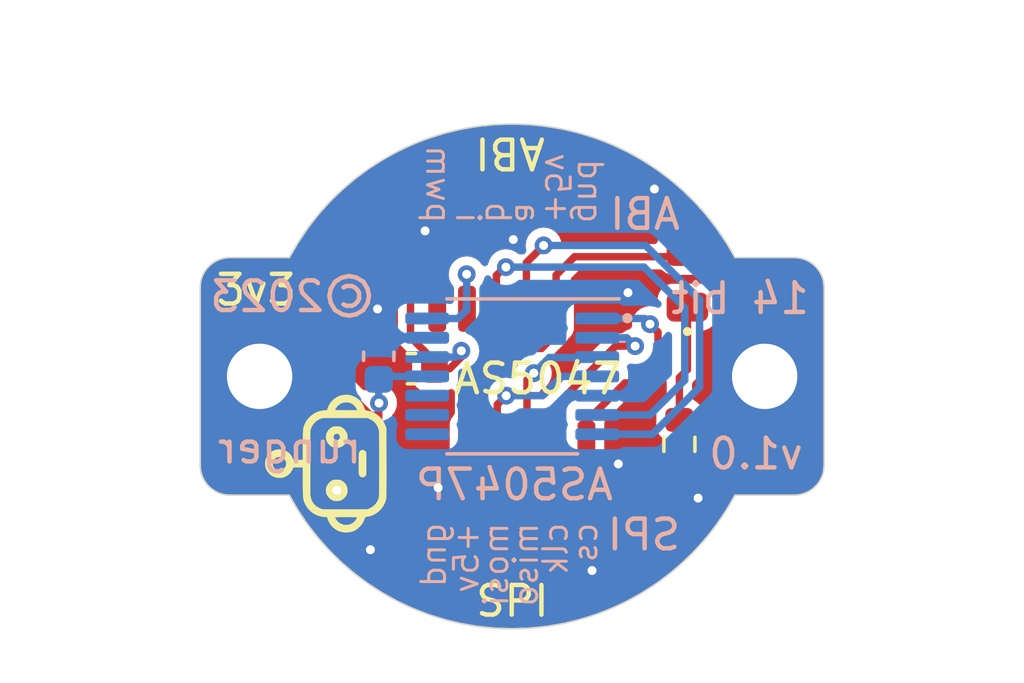
<source format=kicad_pcb>
(kicad_pcb (version 20240108) (generator "pcbnew") (generator_version "8.0")
  (layers (0 "F.Cu" signal) (31 "B.Cu" signal) (34 "B.Paste" user) (35 "F.Paste" user) (36 "B.SilkS" user "B.Silkscreen") (37 "F.SilkS" user "F.Silkscreen") (38 "B.Mask" user) (39 "F.Mask" user) (44 "Edge.Cuts" user))
  (net 0 "")
  (net 1 "GND")
  (net 2 "VCC")
  (net 3 "/nCS")
  (net 4 "/SCK")
  (net 5 "/MISO")
  (net 6 "/MOSI")
  (net 8 "Net-(D1-K)")
  (net 9 "/3v3")
  (net 10 "/A")
  (net 11 "/B")
  (net 12 "/I")
  (footprint "MountingHole:MountingHole_2.2mm_M2_ISO7380_Pad" (layer "F.Cu") (at 121 75)
    (property "Reference" "H1")
    (property "Value" "MountingHole_Pad")
    (pad "1" thru_hole circle (at 0 0) (size 3.5 3.5) (drill 2.2) (layers "*.Cu" "*.Mask") (net 1 "GND"))
  )
  (footprint "Connector_JST:JST_SH_SM06B-SRSS-TB_1x06-1MP_P1.00mm_Horizontal" (layer "F.Cu") (at 129.5 79.27)
    (property "Reference" "J1")
    (property "Value" "Conn_01x06_MountingPin")
    (pad "1" smd roundrect (at -2.5 -2) (size 0.6 1.55) (layers "F.Cu" "F.Paste" "F.Mask") (net 1 "GND"))
    (pad "2" smd roundrect (at -1.5 -2) (size 0.6 1.55) (layers "F.Cu" "F.Paste" "F.Mask") (net 2 "VCC"))
    (pad "3" smd roundrect (at -0.5 -2) (size 0.6 1.55) (layers "F.Cu" "F.Paste" "F.Mask") (net 6 "/MOSI"))
    (pad "4" smd roundrect (at 0.5 -2) (size 0.6 1.55) (layers "F.Cu" "F.Paste" "F.Mask") (net 5 "/MISO"))
    (pad "5" smd roundrect (at 1.5 -2) (size 0.6 1.55) (layers "F.Cu" "F.Paste" "F.Mask") (net 4 "/SCK"))
    (pad "6" smd roundrect (at 2.5 -2) (size 0.6 1.55) (layers "F.Cu" "F.Paste" "F.Mask") (net 3 "/nCS"))
    (pad "MP" smd roundrect (at -3.8 1.875) (size 1.2 1.8) (layers "F.Cu" "F.Paste" "F.Mask") (roundrect_rratio 0.2083333333) (net 1 "GND"))
    (pad "MP" smd roundrect (at 3.8 1.875) (size 1.2 1.8) (layers "F.Cu" "F.Paste" "F.Mask") (roundrect_rratio 0.2083333333) (net 1 "GND"))
  )
  (footprint "Resistor_SMD:R_0603_1608Metric" (layer "F.Cu") (at 135.13 77.29 -90)
    (property "Reference" "R1" (hide yes))
    (property "Value" "2k2")
    (fp_line (start -0.237258 0.5225) (end 0.237258 0.5225) (stroke (width 0.12)) (layer "F.SilkS"))
    (fp_line (start -0.237258 -0.5225) (end 0.237258 -0.5225) (stroke (width 0.12)) (layer "F.SilkS"))
    (pad "1" smd roundrect (at -0.825 0 270) (size 0.8 0.95) (layers "F.Cu" "F.Paste" "F.Mask") (net 8 "Net-(D1-K)"))
    (pad "2" smd roundrect (at 0.825 0 270) (size 0.8 0.95) (layers "F.Cu" "F.Paste" "F.Mask") (net 1 "GND"))
  )
  (footprint "LED_SMD:LED_0805_2012Metric" (layer "F.Cu") (at 135.4 71.73 90)
    (property "Reference" "D1" (hide yes))
    (property "Value" "green")
    (pad "1" smd roundrect (at -0.9375 0 90) (size 0.975 1.4) (layers "F.Cu" "F.Paste" "F.Mask") (net 8 "Net-(D1-K)"))
    (pad "2" smd roundrect (at 0.9375 0 90) (size 0.975 1.4) (layers "F.Cu" "F.Paste" "F.Mask") (net 2 "VCC"))
  )
  (footprint "Capacitor_SMD:C_0603_1608Metric" (layer "F.Cu") (at 126.11 74.74)
    (property "Reference" "C1" (hide yes))
    (property "Value" "1uF 10V")
    (fp_line (start -0.14058 -0.51) (end 0.14058 -0.51) (stroke (width 0.12)) (layer "F.SilkS"))
    (fp_line (start -0.14058 0.51) (end 0.14058 0.51) (stroke (width 0.12)) (layer "F.SilkS"))
    (pad "1" smd roundrect (at -0.775 0) (size 0.9 0.95) (layers "F.Cu" "F.Paste" "F.Mask") (net 1 "GND"))
    (pad "2" smd roundrect (at 0.775 0) (size 0.9 0.95) (layers "F.Cu" "F.Paste" "F.Mask") (net 9 "/3v3"))
  )
  (footprint "MountingHole:MountingHole_2.2mm_M2_ISO7380_Pad" (layer "F.Cu") (at 138 75)
    (property "Reference" "H2")
    (property "Value" "MountingHole_Pad")
    (pad "1" thru_hole circle (at 0 0) (size 3.5 3.5) (drill 2.2) (layers "*.Cu" "*.Mask") (net 1 "GND"))
  )
  (footprint "PCM_kikit:Tab" (layer "F.Cu") (at 140.39 75.05 180)
    (property "Reference" "T2" (hide yes))
    (property "Value" "Tab")
  )
  (footprint "Connector_JST:JST_SH_SM06B-SRSS-TB_1x06-1MP_P1.00mm_Horizontal" (layer "F.Cu") (at 129.48 70.725 180)
    (property "Reference" "J2" (hide yes))
    (property "Value" "Conn_01x06_MountingPin")
    (pad "1" smd roundrect (at -2.5 -2 180) (size 0.6 1.55) (layers "F.Cu" "F.Paste" "F.Mask") (net 1 "GND"))
    (pad "2" smd roundrect (at -1.5 -2 180) (size 0.6 1.55) (layers "F.Cu" "F.Paste" "F.Mask") (net 2 "VCC"))
    (pad "3" smd roundrect (at -0.5 -2 180) (size 0.6 1.55) (layers "F.Cu" "F.Paste" "F.Mask") (net 10 "/A"))
    (pad "4" smd roundrect (at 0.5 -2 180) (size 0.6 1.55) (layers "F.Cu" "F.Paste" "F.Mask") (net 11 "/B"))
    (pad "5" smd roundrect (at 1.5 -2 180) (size 0.6 1.55) (layers "F.Cu" "F.Paste" "F.Mask") (net 12 "/I"))
    (pad "6" smd roundrect (at 2.5 -2 180) (size 0.6 1.55) (layers "F.Cu" "F.Paste" "F.Mask"))
    (pad "MP" smd roundrect (at -3.8 1.875 180) (size 1.2 1.8) (layers "F.Cu" "F.Paste" "F.Mask") (roundrect_rratio 0.208333) (net 1 "GND"))
    (pad "MP" smd roundrect (at 3.8 1.875 180) (size 1.2 1.8) (layers "F.Cu" "F.Paste" "F.Mask") (roundrect_rratio 0.208333) (net 1 "GND"))
  )
  (footprint "PCM_kikit:Tab" (layer "F.Cu") (at 118.61 75.05)
    (property "Reference" "T1" (hide yes))
    (property "Value" "Tab")
  )
  (footprint "runger:Robo_logo2" (layer "F.Cu") (at 123.23 77.94 90)
    (property "Reference" "L1" (hide yes))
    (property "Value" "Robo_Logo" (hide yes))
    (fp_poly (pts (xy 0.109648 1.108074) (xy 0.181977 1.108995) (xy 0.246828 1.110394) (xy 0.301111 1.112273) (xy 0.34174 1.11463) (xy 0.365625 1.117466) (xy 0.367646 1.117953) (xy 0.411414 1.139753) (xy 0.441917 1.175255) (xy 0.456393 1.220837) (xy 0.4572 1.235368) (xy 0.454299 1.267576) (xy 0.442839 1.293313) (xy 0.42243 1.318409) (xy 0.38766 1.35636) (xy 0.01349 1.358862) (xy -0.086109 1.359423) (xy -0.167411 1.359599) (xy -0.232438 1.359326) (xy -0.283212 1.35854) (xy -0.321753 1.357174) (xy -0.350083 1.355164) (xy -0.370224 1.352446) (xy -0.384195 1.348955) (xy -0.391682 1.34587) (xy -0.427256 1.31781) (xy -0.449564 1.279059) (xy -0.457458 1.23505) (xy -0.449786 1.191222) (xy -0.431147 1.159316) (xy -0.403631 1.135638) (xy -0.3711 1.119007) (xy -0.367647 1.117953) (xy -0.34666 1.115042) (xy -0.308447 1.11261) (xy -0.256096 1.110656) (xy -0.192694 1.109182) (xy -0.121331 1.108186) (xy -0.045094 1.10767) (xy 0.032928 1.107633) (xy 0.109648 1.108074)) (stroke (width 0.01)) (fill solid) (layer "F.SilkS"))
    (fp_poly (pts (xy 0.986438 0.014923) (xy 1.060362 0.044017) (xy 1.127592 0.088719) (xy 1.161498 0.120766) (xy 1.203048 0.170304) (xy 1.230682 0.217184) (xy 1.246804 0.267721) (xy 1.253812 0.328229) (xy 1.254653 0.36576) (xy 1.253911 0.414946) (xy 1.250751 0.450757) (xy 1.243964 0.480101) (xy 1.232341 0.509888) (xy 1.22763 0.520156) (xy 1.185181 0.58825) (xy 1.127574 0.647261) (xy 1.059504 0.692457) (xy 1.054096 0.695163) (xy 0.994477 0.716172) (xy 0.926104 0.727373) (xy 0.857164 0.728111) (xy 0.795845 0.717726) (xy 0.79116 0.716282) (xy 0.717714 0.682449) (xy 0.651949 0.632363) (xy 0.597684 0.569722) (xy 0.558734 0.498223) (xy 0.55447 0.487022) (xy 0.541188 0.427663) (xy 0.538719 0.364108) (xy 0.7874 0.364108) (xy 0.790132 0.400703) (xy 0.800213 0.426279) (xy 0.81224 0.441364) (xy 0.849739 0.468228) (xy 0.893251 0.479195) (xy 0.93707 0.473905) (xy 0.975492 0.451998) (xy 0.975831 0.451693) (xy 1.001822 0.416117) (xy 1.012073 0.374572) (xy 1.007006 0.33252) (xy 0.987043 0.295425) (xy 0.962106 0.273872) (xy 0.915745 0.255793) (xy 0.870018 0.257052) (xy 0.828082 0.277431) (xy 0.82058 0.283646) (xy 0.800035 0.304795) (xy 0.79026 0.325783) (xy 0.787457 0.355817) (xy 0.7874 0.364108) (xy 0.538719 0.364108) (xy 0.53853 0.359264) (xy 0.545973 0.289777) (xy 0.562998 0.227152) (xy 0.572955 0.204665) (xy 0.620513 0.133516) (xy 0.682451 0.076017) (xy 0.756986 0.033504) (xy 0.834304 0.008956) (xy 0.90977 0.002786) (xy 0.986438 0.014923)) (stroke (width 0.01)) (fill solid) (layer "F.SilkS"))
    (fp_poly (pts (xy -0.852964 0.006741) (xy -0.817725 0.011646) (xy -0.784163 0.022321) (xy -0.750304 0.037274) (xy -0.673759 0.083754) (xy -0.612127 0.14399) (xy -0.571847 0.205393) (xy -0.558897 0.231799) (xy -0.55062 0.255572) (xy -0.54599 0.282534) (xy -0.54398 0.318509) (xy -0.54356 0.36576) (xy -0.54392 0.414476) (xy -0.545819 0.448904) (xy -0.550486 0.475073) (xy -0.559149 0.499011) (xy -0.573038 0.526749) (xy -0.578408 0.536712) (xy -0.627833 0.608228) (xy -0.689348 0.664085) (xy -0.761289 0.703224) (xy -0.841998 0.724585) (xy -0.878285 0.728009) (xy -0.922977 0.727777) (xy -0.96726 0.723815) (xy -0.996902 0.718102) (xy -1.071873 0.6867) (xy -1.138466 0.638469) (xy -1.193765 0.576147) (xy -1.234861 0.502475) (xy -1.240146 0.489229) (xy -1.254921 0.428174) (xy -1.257529 0.379922) (xy -1.011775 0.379922) (xy -1.000461 0.419396) (xy -0.976344 0.450614) (xy -0.942976 0.471496) (xy -0.903905 0.479966) (xy -0.862681 0.473947) (xy -0.822855 0.45136) (xy -0.816409 0.445657) (xy -0.792327 0.410916) (xy -0.784475 0.37133) (xy -0.79105 0.331419) (xy -0.810248 0.295701) (xy -0.840265 0.268694) (xy -0.879298 0.254916) (xy -0.892911 0.254037) (xy -0.940383 0.262888) (xy -0.978565 0.287515) (xy -1.003588 0.325192) (xy -1.006738 0.334267) (xy -1.011775 0.379922) (xy -1.257529 0.379922) (xy -1.258686 0.358539) (xy -1.251704 0.288652) (xy -1.234236 0.226841) (xy -1.231721 0.220972) (xy -1.197754 0.164248) (xy -1.14968 0.109757) (xy -1.093386 0.063333) (xy -1.04366 0.034658) (xy -1.004496 0.018692) (xy -0.969085 0.009806) (xy -0.928075 0.006124) (xy -0.89916 0.005634) (xy -0.852964 0.006741)) (stroke (width 0.01)) (fill solid) (layer "F.SilkS"))
    (fp_poly (pts (xy 0.097813 -2.033273) (xy 0.186492 -2.006246) (xy 0.268214 -1.96053) (xy 0.34422 -1.895576) (xy 0.353277 -1.886187) (xy 0.40812 -1.817965) (xy 0.44613 -1.745631) (xy 0.4685 -1.665749) (xy 0.476428 -1.574883) (xy 0.475802 -1.534168) (xy 0.473144 -1.485324) (xy 0.468585 -1.449197) (xy 0.460295 -1.418185) (xy 0.446443 -1.384687) (xy 0.433155 -1.3571) (xy 0.38195 -1.273063) (xy 0.318455 -1.204615) (xy 0.240771 -1.149882) (xy 0.203514 -1.13056) (xy 0.122471 -1.0922) (xy 0.122195 -0.93218) (xy 0.12192 -0.77216) (xy 0.61722 -0.771984) (xy 0.739095 -0.77186) (xy 0.842638 -0.771477) (xy 0.929835 -0.770681) (xy 1.002672 -0.769317) (xy 1.063137 -0.767231) (xy 1.113215 -0.764267) (xy 1.154894 -0.760272) (xy 1.19016 -0.755089) (xy 1.221001 -0.748566) (xy 1.249402 -0.740546) (xy 1.277351 -0.730876) (xy 1.306834 -0.719399) (xy 1.310281 -0.71801) (xy 1.397129 -0.677159) (xy 1.47441 -0.627391) (xy 1.549244 -0.563975) (xy 1.565153 -0.54864) (xy 1.64756 -0.454337) (xy 1.711593 -0.351364) (xy 1.751969 -0.255855) (xy 1.769983 -0.192551) (xy 1.784764 -0.121009) (xy 1.794734 -0.05026) (xy 1.79832 0.009764) (xy 1.799879 0.035382) (xy 1.808524 0.047841) (xy 1.830203 0.05427) (xy 1.83642 0.055422) (xy 1.883138 0.069054) (xy 1.938766 0.093237) (xy 1.997289 0.12473) (xy 2.052698 0.160289) (xy 2.098981 0.196672) (xy 2.100044 0.197632) (xy 2.166196 0.267786) (xy 2.224251 0.349103) (xy 2.269513 0.43461) (xy 2.283777 0.47065) (xy 2.302854 0.544344) (xy 2.313502 0.62867) (xy 2.315313 0.715594) (xy 2.307882 0.797078) (xy 2.301839 0.82804) (xy 2.267383 0.931737) (xy 2.21538 1.028275) (xy 2.148023 1.115306) (xy 2.067506 1.190481) (xy 1.976023 1.251453) (xy 1.875768 1.295873) (xy 1.859849 1.301043) (xy 1.828188 1.312774) (xy 1.805002 1.324939) (xy 1.797128 1.332267) (xy 1.792292 1.348767) (xy 1.786004 1.37906) (xy 1.779571 1.416808) (xy 1.779154 1.419531) (xy 1.752587 1.528373) (xy 1.707662 1.632248) (xy 1.646122 1.729159) (xy 1.569712 1.817109) (xy 1.480174 1.8941) (xy 1.379254 1.958136) (xy 1.268694 2.007217) (xy 1.26492 2.008553) (xy 1.18364 2.03708) (xy 0.0254 2.038938) (xy -0.160295 2.039194) (xy -0.326694 2.039328) (xy -0.474822 2.03933) (xy -0.605704 2.039191) (xy -0.720364 2.0389) (xy -0.819827 2.038449) (xy -0.905117 2.037826) (xy -0.977259 2.037023) (xy -1.037276 2.036031) (xy -1.086194 2.034838) (xy -1.125037 2.033435) (xy -1.15483 2.031814) (xy -1.176596 2.029963) (xy -1.191361 2.027873) (xy -1.1938 2.027374) (xy -1.304486 1.993291) (xy -1.408518 1.942326) (xy -1.503918 1.876537) (xy -1.588705 1.797979) (xy -1.660899 1.708708) (xy -1.718521 1.610779) (xy -1.75959 1.50625) (xy -1.779155 1.419531) (xy -1.78555 1.381502) (xy -1.79189 1.35049) (xy -1.796869 1.332833) (xy -1.797129 1.332267) (xy -1.810012 1.321823) (xy -1.836099 1.309459) (xy -1.85985 1.301043) (xy -1.949042 1.26608) (xy -2.030205 1.217852) (xy -2.108185 1.153335) (xy -2.128746 1.13331) (xy -2.202097 1.048655) (xy -2.25641 0.959996) (xy -2.292558 0.865054) (xy -2.311415 0.76155) (xy -2.313737 0.661106) (xy -2.069701 0.661106) (xy -2.064993 0.741119) (xy -2.064803 0.742151) (xy -2.039303 0.831107) (xy -1.998459 0.908416) (xy -1.952029 0.963925) (xy -1.920202 0.991581) (xy -1.88405 1.017948) (xy -1.848823 1.039695) (xy -1.819771 1.05349) (xy -1.80594 1.056631) (xy -1.804215 1.046846) (xy -1.802626 1.018977) (xy -1.801219 0.975261) (xy -1.80004 0.917932) (xy -1.799134 0.849229) (xy -1.798546 0.771386) (xy -1.798321 0.68664) (xy -1.79832 0.68072) (xy -1.798462 0.595587) (xy -1.798863 0.517207) (xy -1.799493 0.447814) (xy -1.80032 0.389645) (xy -1.800338 0.388824) (xy -1.54274 0.388824) (xy -1.542529 0.535018) (xy -1.542104 0.666108) (xy -1.53924 1.397) (xy -1.515308 1.456336) (xy -1.467107 1.550437) (xy -1.404381 1.631517) (xy -1.328757 1.698202) (xy -1.241861 1.749117) (xy -1.14532 1.782889) (xy -1.12268 1.787936) (xy -1.10573 1.789301) (xy -1.070106 1.790558) (xy -1.017456 1.791708) (xy -0.949427 1.792749) (xy -0.867665 1.793681) (xy -0.773818 1.794502) (xy -0.669531 1.795214) (xy -0.556453 1.795814) (xy -0.436228 1.796302) (xy -0.310505 1.796677) (xy -0.180931 1.79694) (xy -0.049151 1.797088) (xy 0.083187 1.797122) (xy 0.214437 1.797041) (xy 0.342951 1.796844) (xy 0.467084 1.79653) (xy 0.585187 1.796099) (xy 0.695615 1.79555) (xy 0.796721 1.794883) (xy 0.886857 1.794096) (xy 0.964377 1.793189) (xy 1.027635 1.792162) (xy 1.074983 1.791014) (xy 1.104775 1.789744) (xy 1.114014 1.788839) (xy 1.21477 1.759864) (xy 1.305507 1.713636) (xy 1.384854 1.651291) (xy 1.451441 1.573965) (xy 1.503899 1.482793) (xy 1.515307 1.456336) (xy 1.53924 1.397) (xy 1.542068 0.674918) (xy 1.79832 0.674918) (xy 1.79832 1.058009) (xy 1.82118 1.051365) (xy 1.841503 1.042282) (xy 1.871333 1.025356) (xy 1.898977 1.007702) (xy 1.964323 0.952274) (xy 2.014104 0.88628) (xy 2.048092 0.812482) (xy 2.06606 0.733646) (xy 2.06778 0.652533) (xy 2.053025 0.571909) (xy 2.021565 0.494536) (xy 1.973174 0.423177) (xy 1.949301 0.397211) (xy 1.923071 0.374374) (xy 1.890114 0.35027) (xy 1.855868 0.328353) (xy 1.82577 0.312075) (xy 1.80526 0.304887) (xy 1.803737 0.3048) (xy 1.802511 0.314587) (xy 1.801383 0.34246) (xy 1.800383 0.386185) (xy 1.799545 0.443528) (xy 1.7989 0.512253) (xy 1.798481 0.590128) (xy 1.79832 0.674918) (xy 1.542068 0.674918) (xy 1.542103 0.666108) (xy 1.542599 0.497897) (xy 1.54269 0.349966) (xy 1.542376 0.22228) (xy 1.541655 0.114804) (xy 1.540528 0.027501) (xy 1.538994 -0.039662) (xy 1.537053 -0.086723) (xy 1.534705 -0.113716) (xy 1.534153 -0.116872) (xy 1.505381 -0.206853) (xy 1.458852 -0.290619) (xy 1.396771 -0.365731) (xy 1.321347 -0.429749) (xy 1.234787 -0.480235) (xy 1.187567 -0.499805) (xy 1.12268 -0.52324) (xy 0.06096 -0.52619) (xy -0.121935 -0.526594) (xy -0.291295 -0.526757) (xy -0.446409 -0.526683) (xy -0.586564 -0.526377) (xy -0.71105 -0.525842) (xy -0.819155 -0.525084) (xy -0.910166 -0.524108) (xy -0.983372 -0.522917) (xy -1.038061 -0.521516) (xy -1.073521 -0.519909) (xy -1.084301 -0.518973) (xy -1.179842 -0.499897) (xy -1.264409 -0.466246) (xy -1.342058 -0.415999) (xy -1.405094 -0.359298) (xy -1.448956 -0.305335) (xy -1.488414 -0.239423) (xy -1.518989 -0.169931) (xy -1.533737 -0.11888) (xy -1.536183 -0.098098) (xy -1.538233 -0.060901) (xy -1.539893 -0.006788) (xy -1.541168 0.06474) (xy -1.542064 0.154185) (xy -1.542586 0.262046) (xy -1.54274 0.388824) (xy -1.800338 0.388824) (xy -1.80131 0.344937) (xy -1.802432 0.315925) (xy -1.803653 0.304846) (xy -1.803738 0.3048) (xy -1.815097 0.30903) (xy -1.838533 0.319909) (xy -1.858339 0.329722) (xy -1.925864 0.37472) (xy -1.982583 0.433994) (xy -2.026675 0.503907) (xy -2.056322 0.580823) (xy -2.069701 0.661106) (xy -2.313737 0.661106) (xy -2.313989 0.65024) (xy -2.300325 0.536454) (xy -2.269047 0.432407) (xy -2.219626 0.336961) (xy -2.151529 0.248981) (xy -2.104251 0.201827) (xy -2.055759 0.162847) (xy -1.998681 0.125465) (xy -1.938894 0.092906) (xy -1.882278 0.068396) (xy -1.837853 0.055691) (xy -1.801186 0.049076) (xy -1.794474 -0.038236) (xy -1.781416 -0.144723) (xy -1.758995 -0.238269) (xy -1.727587 -0.320816) (xy -1.668331 -0.427322) (xy -1.592792 -0.523024) (xy -1.502942 -0.606046) (xy -1.400753 -0.674511) (xy -1.310282 -0.71801) (xy -1.280506 -0.729696) (xy -1.252485 -0.739559) (xy -1.224232 -0.747754) (xy -1.19376 -0.754436) (xy -1.159082 -0.759759) (xy -1.118211 -0.763878) (xy -1.069161 -0.766948) (xy -1.009945 -0.769124) (xy -0.938576 -0.77056) (xy -0.853068 -0.771412) (xy -0.751434 -0.771833) (xy -0.631687 -0.771978) (xy -0.61722 -0.771984) (xy -0.12192 -0.77216) (xy -0.122472 -1.0922) (xy -0.203515 -1.13056) (xy -0.287715 -1.1801) (xy -0.356929 -1.242569) (xy -0.413057 -1.31984) (xy -0.433156 -1.3571) (xy -0.451754 -1.39651) (xy -0.463563 -1.428344) (xy -0.470417 -1.460207) (xy -0.474144 -1.499698) (xy -0.475803 -1.534168) (xy -0.47547 -1.54385) (xy -0.232207 -1.54385) (xy -0.226704 -1.511201) (xy -0.212015 -1.473437) (xy -0.210775 -1.470716) (xy -0.173627 -1.411857) (xy -0.1245 -1.368254) (xy -0.06612 -1.341137) (xy -0.001214 -1.331737) (xy 0.067493 -1.341287) (xy 0.072558 -1.342752) (xy 0.124102 -1.367849) (xy 0.170263 -1.408459) (xy 0.20593 -1.459777) (xy 0.213119 -1.474894) (xy 0.230063 -1.538334) (xy 0.228163 -1.602024) (xy 0.20856 -1.662537) (xy 0.172395 -1.716447) (xy 0.120809 -1.760327) (xy 0.117368 -1.762492) (xy 0.085246 -1.780217) (xy 0.056158 -1.789549) (xy 0.020627 -1.792969) (xy 0 -1.79324) (xy -0.041527 -1.791671) (xy -0.072343 -1.785309) (xy -0.101926 -1.77167) (xy -0.117369 -1.762492) (xy -0.170455 -1.718251) (xy -0.208183 -1.661915) (xy -0.228624 -1.596556) (xy -0.230486 -1.5825) (xy -0.232207 -1.54385) (xy -0.47547 -1.54385) (xy -0.472336 -1.634808) (xy -0.452825 -1.724048) (xy -0.416505 -1.803885) (xy -0.362609 -1.876319) (xy -0.332953 -1.906526) (xy -0.257649 -1.967521) (xy -0.179661 -2.009557) (xy -0.095663 -2.033983) (xy -0.002332 -2.042152) (xy 0.000938 -2.042161) (xy 0.097813 -2.033273)) (stroke (width 0.01)) (fill solid) (layer "F.SilkS"))
  )
  (footprint "Jumper:SolderJumper-2_P1.3mm_Bridged_RoundedPad1.0x1.5mm" (layer "F.Cu") (at 123.21 71.59 -90)
    (property "Reference" "JP1" (hide yes))
    (property "Value" "SolderJumper_2_Bridged")
    (fp_poly (pts (xy 0.25 -0.3) (xy -0.25 -0.3) (xy -0.25 0.3) (xy 0.25 0.3)) (fill solid) (layer "F.Cu"))
    (pad "1" smd custom (at -0.65 0 270) (size 1 0.5) (layers "F.Cu" "F.Mask") (net 9 "/3v3") (options (clearance outline) (anchor rect)) (primitives (gr_circle (center 0 0.25) (end 0.5 0.25) (width 0) (fill yes)) (gr_circle (center 0 -0.25) (end 0.5 -0.25) (width 0) (fill yes)) (gr_poly (pts (xy 0.5 0.75) (xy 0 0.75) (xy 0 -0.75) (xy 0.5 -0.75)) (width 0) (fill yes))))
    (pad "2" smd custom (at 0.65 0 270) (size 1 0.5) (layers "F.Cu" "F.Mask") (net 2 "VCC") (options (clearance outline) (anchor rect)) (primitives (gr_circle (center 0 0.25) (end 0.5 0.25) (width 0) (fill yes)) (gr_circle (center 0 -0.25) (end 0.5 -0.25) (width 0) (fill yes)) (gr_poly (pts (xy 0 0.75) (xy -0.5 0.75) (xy -0.5 -0.75) (xy 0 -0.75)) (width 0) (fill yes))))
  )
  (footprint "Capacitor_SMD:C_0603_1608Metric" (layer "B.Cu") (at 125.01 74.325 -90)
    (property "Reference" "C2" (hide yes))
    (property "Value" "100nF 10V")
    (fp_line (start -0.14058 0.51) (end 0.14058 0.51) (stroke (width 0.12)) (layer "B.SilkS"))
    (fp_line (start -0.14058 -0.51) (end 0.14058 -0.51) (stroke (width 0.12)) (layer "B.SilkS"))
    (pad "1" smd roundrect (at -0.775 0 270) (size 0.9 0.95) (layers "B.Cu" "B.Paste" "B.Mask") (net 1 "GND"))
    (pad "2" smd roundrect (at 0.775 0 270) (size 0.9 0.95) (layers "B.Cu" "B.Paste" "B.Mask") (net 2 "VCC"))
  )
  (footprint "Package_SO:TSSOP-14_4.4x5mm_P0.65mm" (layer "B.Cu") (at 129.5025 75 180)
    (property "Reference" "U2" (hide yes))
    (property "Value" "AS5047D")
    (fp_line (start 0 2.61) (end 2.2 2.61) (stroke (width 0.12)) (layer "B.SilkS"))
    (fp_line (start 0 2.61) (end -3.6 2.61) (stroke (width 0.12)) (layer "B.SilkS"))
    (fp_line (start 0 -2.61) (end 2.2 -2.61) (stroke (width 0.12)) (layer "B.SilkS"))
    (fp_line (start 0 -2.61) (end -2.2 -2.61) (stroke (width 0.12)) (layer "B.SilkS"))
    (pad "1" smd roundrect (at -2.8625 1.95 180) (size 1.475 0.4) (layers "B.Cu" "B.Paste" "B.Mask") (net 3 "/nCS"))
    (pad "2" smd roundrect (at -2.8625 1.3 180) (size 1.475 0.4) (layers "B.Cu" "B.Paste" "B.Mask") (net 4 "/SCK"))
    (pad "3" smd roundrect (at -2.8625 0.65 180) (size 1.475 0.4) (layers "B.Cu" "B.Paste" "B.Mask") (net 5 "/MISO"))
    (pad "4" smd roundrect (at -2.8625 0 180) (size 1.475 0.4) (layers "B.Cu" "B.Paste" "B.Mask") (net 6 "/MOSI"))
    (pad "5" smd roundrect (at -2.8625 -0.65 180) (size 1.475 0.4) (layers "B.Cu" "B.Paste" "B.Mask") (net 1 "GND"))
    (pad "6" smd roundrect (at -2.8625 -1.3 180) (size 1.475 0.4) (layers "B.Cu" "B.Paste" "B.Mask") (net 11 "/B"))
    (pad "7" smd roundrect (at -2.8625 -1.95 180) (size 1.475 0.4) (layers "B.Cu" "B.Paste" "B.Mask") (net 10 "/A"))
    (pad "8" smd roundrect (at 2.8625 -1.95 180) (size 1.475 0.4) (layers "B.Cu" "B.Paste" "B.Mask"))
    (pad "9" smd roundrect (at 2.8625 -1.3 180) (size 1.475 0.4) (layers "B.Cu" "B.Paste" "B.Mask"))
    (pad "10" smd roundrect (at 2.8625 -0.65 180) (size 1.475 0.4) (layers "B.Cu" "B.Paste" "B.Mask"))
    (pad "11" smd roundrect (at 2.8625 0 180) (size 1.475 0.4) (layers "B.Cu" "B.Paste" "B.Mask") (net 2 "VCC"))
    (pad "12" smd roundrect (at 2.8625 0.65 180) (size 1.475 0.4) (layers "B.Cu" "B.Paste" "B.Mask") (net 9 "/3v3"))
    (pad "13" smd roundrect (at 2.8625 1.3 180) (size 1.475 0.4) (layers "B.Cu" "B.Paste" "B.Mask") (net 1 "GND"))
    (pad "14" smd roundrect (at 2.8625 1.95 180) (size 1.475 0.4) (layers "B.Cu" "B.Paste" "B.Mask") (net 12 "/I"))
  )
  (gr_circle (center 133.38 73.04) (end 133.493137 73.04) (stroke (width 0.12)) (fill solid) (layer "B.SilkS"))
  (gr_circle (center 135.4 73.49) (end 135.492195 73.49) (stroke (width 0.12)) (fill solid) (layer "F.SilkS"))
  (gr_arc (start 140 78) (mid 139.707107 78.707107) (end 139 79) (stroke (width 0.05)) (layer "Edge.Cuts"))
  (gr_arc (start 139 71) (mid 139.707107 71.292893) (end 140 72) (stroke (width 0.05)) (layer "Edge.Cuts"))
  (gr_arc (start 120 79) (mid 119.292893 78.707107) (end 119 78) (stroke (width 0.05)) (layer "Edge.Cuts"))
  (gr_arc (start 119 72) (mid 119.292893 71.292893) (end 120 71) (stroke (width 0.05)) (layer "Edge.Cuts"))
  (gr_line (start 120 79) (end 122 79) (stroke (width 0.05)) (layer "Edge.Cuts"))
  (gr_line (start 119 72) (end 119 78) (stroke (width 0.05)) (layer "Edge.Cuts"))
  (gr_line (start 122.000001 71.000001) (end 120 71) (stroke (width 0.05)) (layer "Edge.Cuts"))
  (gr_line (start 139 79) (end 136.999999 79.000001) (stroke (width 0.05)) (layer "Edge.Cuts"))
  (gr_line (start 140 72) (end 140 78) (stroke (width 0.05)) (layer "Edge.Cuts"))
  (gr_line (start 136.999999 71) (end 139 71) (stroke (width 0.05)) (layer "Edge.Cuts"))
  (gr_arc (start 136.999999 79.000001) (mid 129.499999 83.5) (end 122 78.999999) (stroke (width 0.05)) (layer "Edge.Cuts"))
  (gr_arc (start 122.000001 71.000001) (mid 129.5 66.500001) (end 136.999999 71) (stroke (width 0.05)) (layer "Edge.Cuts"))
  (gr_text "cs" (at 131.96 79.865 90) (layer "B.SilkS") (effects (font (size 0.8 0.8) (thickness 0.1)) (justify left mirror)))
  (gr_text "gnd" (at 126.86 79.865 90) (layer "B.SilkS") (effects (font (size 0.8 0.8) (thickness 0.1)) (justify left mirror)))
  (gr_text "+5v" (at 127.96 79.865 90) (layer "B.SilkS") (effects (font (size 0.8 0.8) (thickness 0.1)) (justify left mirror)))
  (gr_text "clk" (at 130.96 79.865 90) (layer "B.SilkS") (effects (font (size 0.8 0.8) (thickness 0.1)) (justify left mirror)))
  (gr_text "miso" (at 129.96 79.865 90) (layer "B.SilkS") (effects (font (size 0.8 0.8) (thickness 0.1)) (justify left mirror)))
  (gr_text "AS5047P" (at 129.575 78.65 0) (layer "B.SilkS") (effects (font (size 1 1)) (justify mirror)))
  (gr_text "mosi" (at 128.96 79.865 90) (layer "B.SilkS") (effects (font (size 0.8 0.8) (thickness 0.1)) (justify left mirror)))
  (gr_text "©2023" (at 122.11 72.31 0) (layer "B.SilkS") (effects (font (size 1 1)) (justify mirror)))
  (gr_text "runger" (at 122.01 77.41 0) (layer "B.SilkS") (effects (font (size 1 1)) (justify mirror)))
  (gr_text "SPI" (at 133.935 80.335 0) (layer "B.SilkS") (effects (font (size 1 1)) (justify mirror)))
  (gr_text "v1.0" (at 137.71 77.61 0) (layer "B.SilkS") (effects (font (size 1 1)) (justify mirror)))
  (gr_text "i" (at 128.02 69.91 270) (layer "B.SilkS") (effects (font (size 0.8 0.8) (thickness 0.1)) (justify left mirror)))
  (gr_text "pwm" (at 127.02 69.91 270) (layer "B.SilkS") (effects (font (size 0.8 0.8) (thickness 0.1)) (justify left mirror)))
  (gr_text "a" (at 130.02 69.91 270) (layer "B.SilkS") (effects (font (size 0.8 0.8) (thickness 0.1)) (justify left mirror)))
  (gr_text "14 bit" (at 137.175 72.375 0) (layer "B.SilkS") (effects (font (size 1 1)) (justify mirror)))
  (gr_text "gnd" (at 132.12 69.91 -90) (layer "B.SilkS") (effects (font (size 0.8 0.8) (thickness 0.1)) (justify left mirror)))
  (gr_text "+5v" (at 131.02 69.91 -90) (layer "B.SilkS") (effects (font (size 0.8 0.8) (thickness 0.1)) (justify left mirror)))
  (gr_text "ABI" (at 133.97 69.54 0) (layer "B.SilkS") (effects (font (size 1 1)) (justify mirror)))
  (gr_text "b" (at 129.02 69.91 270) (layer "B.SilkS") (effects (font (size 0.8 0.8) (thickness 0.1)) (justify left mirror)))
  (gr_text "3v3" (at 120.89 72.09 0) (layer "F.SilkS") (effects (font (size 1 1))))
  (gr_text "SPI" (at 129.51 82.57 0) (layer "F.SilkS") (effects (font (size 1 1))))
  (gr_text "AS5047" (at 130.36 75.08 0) (layer "F.SilkS") (effects (font (size 1 1))))
  (gr_text "ABI" (at 129.43 67.48 180) (layer "F.SilkS") (effects (font (size 1 1))))
  (segment (start 135.13 78.115) (end 135.13 78.84) (width 0.25) (layer "F.Cu") (net 1))
  (segment (start 125.335 74.74) (end 125.335 73.095) (width 0.25) (layer "F.Cu") (net 1))
  (segment (start 127.01 78.75) (end 127.01 77.28) (width 0.25) (layer "F.Cu") (net 1))
  (segment (start 125.7 81.145) (end 125.035 81.145) (width 0.25) (layer "F.Cu") (net 1))
  (segment (start 135.13 78.84) (end 135.39 79.1) (width 0.25) (layer "F.Cu") (net 1))
  (segment (start 126.57 69.74) (end 126.57 70.1) (width 0.25) (layer "F.Cu") (net 1))
  (segment (start 125.035 81.145) (end 124.73 80.84) (width 0.25) (layer "F.Cu") (net 1))
  (segment (start 134.13 68.85) (end 134.29 68.69) (width 0.25) (layer "F.Cu") (net 1))
  (segment (start 135.39 79.1) (end 135.76 79.1) (width 0.25) (layer "F.Cu") (net 1))
  (segment (start 132.585 81.145) (end 132.19 81.54) (width 0.25) (layer "F.Cu") (net 1))
  (segment (start 133.28 68.85) (end 134.13 68.85) (width 0.25) (layer "F.Cu") (net 1))
  (segment (start 131.98 72.725) (end 132.855 72.725) (width 0.25) (layer "F.Cu") (net 1))
  (segment (start 125.68 68.85) (end 126.57 69.74) (width 0.25) (layer "F.Cu") (net 1))
  (segment (start 133.3 81.145) (end 132.585 81.145) (width 0.25) (layer "F.Cu") (net 1))
  (segment (start 121 75) (end 121.41 74.59) (width 0.25) (layer "F.Cu") (net 1))
  (segment (start 125.335 73.095) (end 124.97 72.73) (width 0.25) (layer "F.Cu") (net 1))
  (segment (start 132.855 72.725) (end 133.4 72.18) (width 0.25) (layer "F.Cu") (net 1))
  (segment (start 127.01 77.28) (end 127 77.27) (width 0.25) (layer "F.Cu") (net 1))
  (via (at 132.19 81.54) (size 0.6) (drill 0.3) (layers "F.Cu" "B.Cu") (net 1))
  (via (at 133.075 77.95) (size 0.6) (drill 0.3) (layers "F.Cu" "B.Cu") (net 1))
  (via (at 124.73 80.84) (size 0.6) (drill 0.3) (layers "F.Cu" "B.Cu") (net 1))
  (via (at 127.01 78.75) (size 0.6) (drill 0.3) (layers "F.Cu" "B.Cu") (net 1))
  (via (at 123.6 78.84) (size 0.6) (drill 0.3) (layers "F.Cu" "B.Cu") (net 1))
  (via (at 124.97 72.73) (size 0.6) (drill 0.3) (layers "F.Cu" "B.Cu") (net 1))
  (via (at 135.76 79.1) (size 0.6) (drill 0.3) (layers "F.Cu" "B.Cu") (net 1))
  (via (at 133.4 72.18) (size 0.6) (drill 0.3) (layers "F.Cu" "B.Cu") (net 1))
  (via (at 134.29 68.69) (size 0.6) (drill 0.3) (layers "F.Cu" "B.Cu") (net 1))
  (via (at 126.57 70.1) (size 0.6) (drill 0.3) (layers "F.Cu" "B.Cu") (net 1))
  (via (at 129.54 70.39) (size 0.6) (drill 0.3) (layers "F.Cu" "B.Cu") (net 1))
  (segment (start 124.97 73.51) (end 125.01 73.55) (width 0.25) (layer "B.Cu") (net 1))
  (segment (start 126.64 73.7) (end 125.16 73.7) (width 0.25) (layer "B.Cu") (net 1))
  (segment (start 124.97 72.73) (end 124.97 73.51) (width 0.25) (layer "B.Cu") (net 1))
  (segment (start 125.16 73.7) (end 125.01 73.55) (width 0.25) (layer "B.Cu") (net 1))
  (segment (start 131.6 70.97) (end 135.2225 70.97) (width 0.25) (layer "F.Cu") (net 2))
  (segment (start 130.98 72.725) (end 130.98 71.59) (width 0.25) (layer "F.Cu") (net 2))
  (segment (start 126.52 79.59) (end 127.43 79.59) (width 0.25) (layer "F.Cu") (net 2))
  (segment (start 123.8 75.38) (end 123.8 73.93) (width 0.25) (layer "F.Cu") (net 2))
  (segment (start 125.019998 75.9) (end 125.01 75.909998) (width 0.25) (layer "F.Cu") (net 2))
  (segment (start 130.98 73.57) (end 130.49 74.06) (width 0.25) (layer "F.Cu") (net 2))
  (segment (start 128 79.02) (end 128 77.27) (width 0.25) (layer "F.Cu") (net 2))
  (segment (start 125.01 75.909998) (end 125.01 78.08) (width 0.25) (layer "F.Cu") (net 2))
  (segment (start 123.8 73.93) (end 123.21 73.34) (width 0.25) (layer "F.Cu") (net 2))
  (segment (start 128 75.08) (end 128 77.27) (width 0.25) (layer "F.Cu") (net 2))
  (segment (start 125.01 76.31) (end 124.73 76.31) (width 0.25) (layer "F.Cu") (net 2))
  (segment (start 127.43 79.59) (end 128 79.02) (width 0.25) (layer "F.Cu") (net 2))
  (segment (start 123.21 73.34) (end 123.21 72.24) (width 0.25) (layer "F.Cu") (net 2))
  (segment (start 124.73 76.31) (end 123.8 75.38) (width 0.25) (layer "F.Cu") (net 2))
  (segment (start 130.49 74.06) (end 129.02 74.06) (width 0.25) (layer "F.Cu") (net 2))
  (segment (start 129.02 74.06) (end 128 75.08) (width 0.25) (layer "F.Cu") (net 2))
  (segment (start 135.2225 70.97) (end 135.4 70.7925) (width 0.25) (layer "F.Cu") (net 2))
  (segment (start 130.98 72.725) (end 130.98 73.57) (width 0.25) (layer "F.Cu") (net 2))
  (segment (start 125.01 78.08) (end 126.52 79.59) (width 0.25) (layer "F.Cu") (net 2))
  (segment (start 130.98 71.59) (end 131.6 70.97) (width 0.25) (layer "F.Cu") (net 2))
  (via (at 125.019998 75.9) (size 0.6) (drill 0.3) (layers "F.Cu" "B.Cu") (net 2))
  (segment (start 126.64 75) (end 125.11 75) (width 0.25) (layer "B.Cu") (net 2))
  (segment (start 125.01 75.1) (end 125.01 75.890002) (width 0.25) (layer "B.Cu") (net 2))
  (segment (start 125.01 75.890002) (end 125.019998 75.9) (width 0.25) (layer "B.Cu") (net 2))
  (segment (start 125.11 75) (end 125.01 75.1) (width 0.25) (layer "B.Cu") (net 2))
  (segment (start 134.41 73.51) (end 134.14 73.24) (width 0.25) (layer "F.Cu") (net 3))
  (segment (start 133.79 75.22) (end 134.41 74.6) (width 0.25) (layer "F.Cu") (net 3))
  (segment (start 132 76.52) (end 133.3 75.22) (width 0.25) (layer "F.Cu") (net 3))
  (segment (start 132 77.27) (end 132 76.52) (width 0.25) (layer "F.Cu") (net 3))
  (segment (start 133.3 75.22) (end 133.79 75.22) (width 0.25) (layer "F.Cu") (net 3))
  (segment (start 134.41 74.6) (end 134.41 73.51) (width 0.25) (layer "F.Cu") (net 3))
  (via (at 134.14 73.24) (size 0.6) (drill 0.3) (layers "F.Cu" "B.Cu") (net 3))
  (segment (start 133.95 73.05) (end 134.14 73.24) (width 0.25) (layer "B.Cu") (net 3))
  (segment (start 132.365 73.05) (end 133.95 73.05) (width 0.25) (layer "B.Cu") (net 3))
  (segment (start 131 77.27) (end 131 75.95998) (width 0.25) (layer "F.Cu") (net 4))
  (segment (start 132.97998 73.98) (end 133.64 73.98) (width 0.25) (layer "F.Cu") (net 4))
  (segment (start 131 75.95998) (end 132.97998 73.98) (width 0.25) (layer "F.Cu") (net 4))
  (via (at 133.64 73.98) (size 0.6) (drill 0.3) (layers "F.Cu" "B.Cu") (net 4))
  (segment (start 132.365 73.7) (end 133.36 73.7) (width 0.25) (layer "B.Cu") (net 4))
  (segment (start 133.36 73.7) (end 133.64 73.98) (width 0.25) (layer "B.Cu") (net 4))
  (segment (start 130 77.27) (end 130 75.12) (width 0.25) (layer "F.Cu") (net 5))
  (segment (start 130 75.12) (end 130.23 74.89) (width 0.25) (layer "F.Cu") (net 5))
  (via (at 130.23 74.89) (size 0.6) (drill 0.3) (layers "F.Cu" "B.Cu") (net 5))
  (segment (start 130.755 74.365) (end 130.23 74.89) (width 0.25) (layer "B.Cu") (net 5))
  (segment (start 132.125 74.365) (end 130.755 74.365) (width 0.25) (layer "B.Cu") (net 5))
  (segment (start 129.3 75.65) (end 129 75.95) (width 0.25) (layer "F.Cu") (net 6))
  (segment (start 129 75.95) (end 129 77.27) (width 0.25) (layer "F.Cu") (net 6))
  (via (at 129.3 75.65) (size 0.6) (drill 0.3) (layers "F.Cu" "B.Cu") (net 6))
  (segment (start 130.52 75.65) (end 131.17 75) (width 0.25) (layer "B.Cu") (net 6))
  (segment (start 129.3 75.65) (end 130.52 75.65) (width 0.25) (layer "B.Cu") (net 6))
  (segment (start 131.17 75) (end 132.365 75) (width 0.25) (layer "B.Cu") (net 6))
  (segment (start 135.13 76.465) (end 135.13 75.04) (width 0.25) (layer "F.Cu") (net 8))
  (segment (start 135.4 74.77) (end 135.4 72.6675) (width 0.25) (layer "F.Cu") (net 8))
  (segment (start 135.13 75.04) (end 135.4 74.77) (width 0.25) (layer "F.Cu") (net 8))
  (segment (start 126.885 74.485) (end 126.885 74.74) (width 0.25) (layer "F.Cu") (net 9))
  (segment (start 123.21 70.94) (end 124.7 70.94) (width 0.25) (layer "F.Cu") (net 9))
  (segment (start 124.7 70.94) (end 126.08 72.32) (width 0.25) (layer "F.Cu") (net 9))
  (segment (start 126.885 74.74) (end 127.4 74.74) (width 0.25) (layer "F.Cu") (net 9))
  (segment (start 126.08 73.68) (end 126.885 74.485) (width 0.25) (layer "F.Cu") (net 9))
  (segment (start 127.79 74.35) (end 127.79 74.14) (width 0.25) (layer "F.Cu") (net 9))
  (segment (start 126.08 72.32) (end 126.08 73.68) (width 0.25) (layer "F.Cu") (net 9))
  (segment (start 127.4 74.74) (end 127.79 74.35) (width 0.25) (layer "F.Cu") (net 9))
  (via (at 127.79 74.14) (size 0.6) (drill 0.3) (layers "F.Cu" "B.Cu") (net 9))
  (segment (start 127.58 74.35) (end 127.79 74.14) (width 0.25) (layer "B.Cu") (net 9))
  (segment (start 126.64 74.35) (end 127.58 74.35) (width 0.25) (layer "B.Cu") (net 9))
  (segment (start 130.56 70.59) (end 129.98 71.17) (width 0.25) (layer "F.Cu") (net 10))
  (segment (start 129.98 71.17) (end 129.98 72.725) (width 0.25) (layer "F.Cu") (net 10))
  (via (at 130.56 70.59) (size 0.6) (drill 0.3) (layers "F.Cu" "B.Cu") (net 10))
  (segment (start 134.22 76.95) (end 135.81 75.36) (width 0.25) (layer "B.Cu") (net 10))
  (segment (start 135.81 75.36) (end 135.81 72.41) (width 0.25) (layer "B.Cu") (net 10))
  (segment (start 135.81 72.41) (end 133.99 70.59) (width 0.25) (layer "B.Cu") (net 10))
  (segment (start 132.365 76.95) (end 134.22 76.95) (width 0.25) (layer "B.Cu") (net 10))
  (segment (start 133.99 70.59) (end 130.56 70.59) (width 0.25) (layer "B.Cu") (net 10))
  (segment (start 129.29 71.32) (end 129.25 71.32) (width 0.25) (layer "F.Cu") (net 11))
  (segment (start 128.97 71.6) (end 128.97 72.715) (width 0.25) (layer "F.Cu") (net 11))
  (segment (start 128.97 72.715) (end 128.98 72.725) (width 0.25) (layer "F.Cu") (net 11))
  (segment (start 129.25 71.32) (end 128.97 71.6) (width 0.25) (layer "F.Cu") (net 11))
  (via (at 129.29 71.32) (size 0.6) (drill 0.3) (layers "F.Cu" "B.Cu") (net 11))
  (segment (start 135.31 72.69) (end 133.94 71.32) (width 0.25) (layer "B.Cu") (net 11))
  (segment (start 133.94 71.32) (end 129.29 71.32) (width 0.25) (layer "B.Cu") (net 11))
  (segment (start 134.14 76.3) (end 135.31 75.13) (width 0.25) (layer "B.Cu") (net 11))
  (segment (start 135.31 75.13) (end 135.31 72.69) (width 0.25) (layer "B.Cu") (net 11))
  (segment (start 132.365 76.3) (end 134.14 76.3) (width 0.25) (layer "B.Cu") (net 11))
  (segment (start 127.97 72.715) (end 127.98 72.725) (width 0.25) (layer "F.Cu") (net 12))
  (segment (start 127.97 71.56) (end 127.97 72.715) (width 0.25) (layer "F.Cu") (net 12))
  (via (at 127.97 71.56) (size 0.6) (drill 0.3) (layers "F.Cu" "B.Cu") (net 12))
  (segment (start 126.64 73.05) (end 127.68 73.05) (width 0.25) (layer "B.Cu") (net 12))
  (segment (start 127.68 73.05) (end 127.77 72.96) (width 0.25) (layer "B.Cu") (net 12))
  (segment (start 127.97 72.76) (end 127.97 71.56) (width 0.25) (layer "B.Cu") (net 12))
  (segment (start 127.77 72.96) (end 127.97 72.76) (width 0.25) (layer "B.Cu") (net 12))
  (zone (net 1) (net_name "GND") (layer "F.Cu") (connect_pads yes (clearance 0.3)) (min_thickness 0.25) (fill yes (thermal_gap 0.508) (thermal_bridge_width 0.508))
    (polygon (pts (xy 140.02 83.57) (xy 119.02 83.57) (xy 119.02 66.52) (xy 140.02 66.52)))
  )
  (zone (net 1) (net_name "GND") (layer "B.Cu") (connect_pads yes (clearance 0.3)) (min_thickness 0.25) (fill yes (thermal_gap 0.508) (thermal_bridge_width 0.508))
    (polygon (pts (xy 140.02 83.57) (xy 119.02 83.57) (xy 119.02 66.52) (xy 140.02 66.52)))
  )
)
</source>
